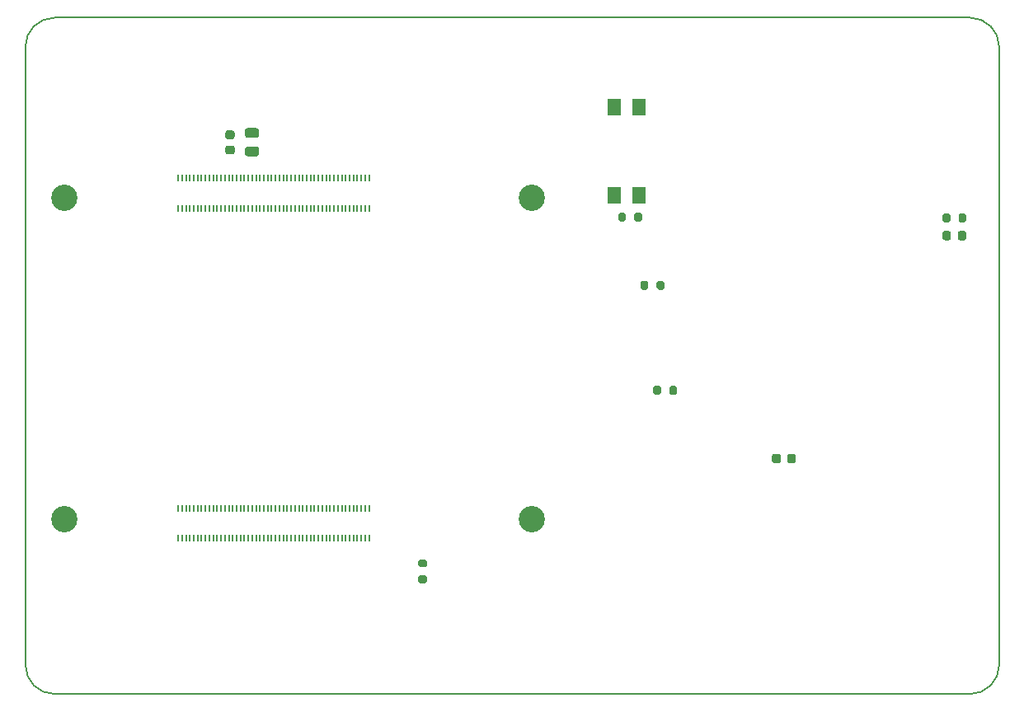
<source format=gbr>
%TF.GenerationSoftware,KiCad,Pcbnew,5.1.10*%
%TF.CreationDate,2021-07-27T11:18:45+02:00*%
%TF.ProjectId,lxbmc,6c78626d-632e-46b6-9963-61645f706362,rev?*%
%TF.SameCoordinates,Original*%
%TF.FileFunction,Paste,Top*%
%TF.FilePolarity,Positive*%
%FSLAX45Y45*%
G04 Gerber Fmt 4.5, Leading zero omitted, Abs format (unit mm)*
G04 Created by KiCad (PCBNEW 5.1.10) date 2021-07-27 11:18:45*
%MOMM*%
%LPD*%
G01*
G04 APERTURE LIST*
%TA.AperFunction,Profile*%
%ADD10C,0.200000*%
%TD*%
%ADD11R,0.200000X0.700000*%
%ADD12R,1.397000X1.701800*%
%ADD13C,2.700000*%
G04 APERTURE END LIST*
D10*
X300000Y-6950000D02*
G75*
G02*
X0Y-6650000I0J300000D01*
G01*
X0Y-300000D02*
G75*
G02*
X300000Y0I300000J0D01*
G01*
X10000000Y-6650000D02*
G75*
G02*
X9700000Y-6950000I-300000J0D01*
G01*
X9700000Y0D02*
G75*
G02*
X10000000Y-300000I0J-300000D01*
G01*
X300000Y0D02*
X9700000Y0D01*
X0Y-6650000D02*
X0Y-300000D01*
X10000000Y-300000D02*
X10000000Y-6650000D01*
X9700000Y-6950000D02*
X300000Y-6950000D01*
D11*
X1569000Y-1958000D03*
X1569000Y-1650000D03*
X1609000Y-1958000D03*
X1609000Y-1650000D03*
X1649000Y-1958000D03*
X1649000Y-1650000D03*
X1689000Y-1958000D03*
X1689000Y-1650000D03*
X1729000Y-1958000D03*
X1729000Y-1650000D03*
X1769000Y-1958000D03*
X1769000Y-1650000D03*
X1809000Y-1958000D03*
X1809000Y-1650000D03*
X1849000Y-1958000D03*
X1849000Y-1650000D03*
X1889000Y-1958000D03*
X1889000Y-1650000D03*
X1929000Y-1958000D03*
X1929000Y-1650000D03*
X1969000Y-1958000D03*
X1969000Y-1650000D03*
X2009000Y-1958000D03*
X2009000Y-1650000D03*
X2049000Y-1958000D03*
X2049000Y-1650000D03*
X2089000Y-1958000D03*
X2089000Y-1650000D03*
X2129000Y-1958000D03*
X2129000Y-1650000D03*
X2169000Y-1958000D03*
X2169000Y-1650000D03*
X2209000Y-1958000D03*
X2209000Y-1650000D03*
X2249000Y-1958000D03*
X2249000Y-1650000D03*
X2289000Y-1958000D03*
X2289000Y-1650000D03*
X2329000Y-1958000D03*
X2329000Y-1650000D03*
X2369000Y-1958000D03*
X2369000Y-1650000D03*
X2409000Y-1958000D03*
X2409000Y-1650000D03*
X2449000Y-1958000D03*
X2449000Y-1650000D03*
X2489000Y-1958000D03*
X2489000Y-1650000D03*
X2529000Y-1958000D03*
X2529000Y-1650000D03*
X2569000Y-1958000D03*
X2569000Y-1650000D03*
X2609000Y-1958000D03*
X2609000Y-1650000D03*
X2649000Y-1958000D03*
X2649000Y-1650000D03*
X2689000Y-1958000D03*
X2689000Y-1650000D03*
X2729000Y-1958000D03*
X2729000Y-1650000D03*
X2769000Y-1958000D03*
X2769000Y-1650000D03*
X2809000Y-1958000D03*
X2809000Y-1650000D03*
X2849000Y-1958000D03*
X2849000Y-1650000D03*
X2889000Y-1958000D03*
X2889000Y-1650000D03*
X2929000Y-1958000D03*
X2929000Y-1650000D03*
X2969000Y-1958000D03*
X2969000Y-1650000D03*
X3009000Y-1958000D03*
X3009000Y-1650000D03*
X3049000Y-1958000D03*
X3049000Y-1650000D03*
X3089000Y-1958000D03*
X3089000Y-1650000D03*
X3129000Y-1958000D03*
X3129000Y-1650000D03*
X3169000Y-1958000D03*
X3169000Y-1650000D03*
X3209000Y-1958000D03*
X3209000Y-1650000D03*
X3249000Y-1958000D03*
X3249000Y-1650000D03*
X3289000Y-1958000D03*
X3289000Y-1650000D03*
X3329000Y-1958000D03*
X3329000Y-1650000D03*
X3369000Y-1958000D03*
X3369000Y-1650000D03*
X3409000Y-1958000D03*
X3409000Y-1650000D03*
X3449000Y-1958000D03*
X3449000Y-1650000D03*
X3489000Y-1958000D03*
X3489000Y-1650000D03*
X3529000Y-1958000D03*
X3529000Y-1650000D03*
X1569000Y-5350000D03*
X1569000Y-5042000D03*
X1609000Y-5350000D03*
X1609000Y-5042000D03*
X1649000Y-5350000D03*
X1649000Y-5042000D03*
X1689000Y-5350000D03*
X1689000Y-5042000D03*
X1729000Y-5350000D03*
X1729000Y-5042000D03*
X1769000Y-5350000D03*
X1769000Y-5042000D03*
X1809000Y-5350000D03*
X1809000Y-5042000D03*
X1849000Y-5350000D03*
X1849000Y-5042000D03*
X1889000Y-5350000D03*
X1889000Y-5042000D03*
X1929000Y-5350000D03*
X1929000Y-5042000D03*
X1969000Y-5350000D03*
X1969000Y-5042000D03*
X2009000Y-5350000D03*
X2009000Y-5042000D03*
X2049000Y-5350000D03*
X2049000Y-5042000D03*
X2089000Y-5350000D03*
X2089000Y-5042000D03*
X2129000Y-5350000D03*
X2129000Y-5042000D03*
X2169000Y-5350000D03*
X2169000Y-5042000D03*
X2209000Y-5350000D03*
X2209000Y-5042000D03*
X2249000Y-5350000D03*
X2249000Y-5042000D03*
X2289000Y-5350000D03*
X2289000Y-5042000D03*
X2329000Y-5350000D03*
X2329000Y-5042000D03*
X2369000Y-5350000D03*
X2369000Y-5042000D03*
X2409000Y-5350000D03*
X2409000Y-5042000D03*
X2449000Y-5350000D03*
X2449000Y-5042000D03*
X2489000Y-5350000D03*
X2489000Y-5042000D03*
X2529000Y-5350000D03*
X2529000Y-5042000D03*
X2569000Y-5350000D03*
X2569000Y-5042000D03*
X2609000Y-5350000D03*
X2609000Y-5042000D03*
X2649000Y-5350000D03*
X2649000Y-5042000D03*
X2689000Y-5350000D03*
X2689000Y-5042000D03*
X2729000Y-5350000D03*
X2729000Y-5042000D03*
X2769000Y-5350000D03*
X2769000Y-5042000D03*
X2809000Y-5350000D03*
X2809000Y-5042000D03*
X2849000Y-5350000D03*
X2849000Y-5042000D03*
X2889000Y-5350000D03*
X2889000Y-5042000D03*
X2929000Y-5350000D03*
X2929000Y-5042000D03*
X2969000Y-5350000D03*
X2969000Y-5042000D03*
X3009000Y-5350000D03*
X3009000Y-5042000D03*
X3049000Y-5350000D03*
X3049000Y-5042000D03*
X3089000Y-5350000D03*
X3089000Y-5042000D03*
X3129000Y-5350000D03*
X3129000Y-5042000D03*
X3169000Y-5350000D03*
X3169000Y-5042000D03*
X3209000Y-5350000D03*
X3209000Y-5042000D03*
X3249000Y-5350000D03*
X3249000Y-5042000D03*
X3289000Y-5350000D03*
X3289000Y-5042000D03*
X3329000Y-5350000D03*
X3329000Y-5042000D03*
X3369000Y-5350000D03*
X3369000Y-5042000D03*
X3409000Y-5350000D03*
X3409000Y-5042000D03*
X3449000Y-5350000D03*
X3449000Y-5042000D03*
X3489000Y-5350000D03*
X3489000Y-5042000D03*
X3529000Y-5350000D03*
X3529000Y-5042000D03*
D12*
X6048000Y-1824850D03*
X6302000Y-1824850D03*
X6302000Y-923150D03*
X6048000Y-923150D03*
D11*
X3529000Y-5042000D03*
X1569000Y-5350000D03*
X1609000Y-5350000D03*
X1649000Y-5350000D03*
X1689000Y-5350000D03*
X1729000Y-5350000D03*
X1769000Y-5350000D03*
X1809000Y-5350000D03*
X1849000Y-5350000D03*
X1889000Y-5350000D03*
X1929000Y-5350000D03*
X1969000Y-5350000D03*
X2009000Y-5350000D03*
X2049000Y-5350000D03*
X2089000Y-5350000D03*
X2129000Y-5350000D03*
X2169000Y-5350000D03*
X2209000Y-5350000D03*
X2249000Y-5350000D03*
X2289000Y-5350000D03*
X2329000Y-5350000D03*
X2369000Y-5350000D03*
X2409000Y-5350000D03*
X2449000Y-5350000D03*
X2489000Y-5350000D03*
X2529000Y-5350000D03*
X2569000Y-5350000D03*
X2609000Y-5350000D03*
X2649000Y-5350000D03*
X2689000Y-5350000D03*
X2729000Y-5350000D03*
X2769000Y-5350000D03*
X2809000Y-5350000D03*
X2849000Y-5350000D03*
X2889000Y-5350000D03*
X2929000Y-5350000D03*
X2969000Y-5350000D03*
X3009000Y-5350000D03*
X3049000Y-5350000D03*
X3089000Y-5350000D03*
X3129000Y-5350000D03*
X3169000Y-5350000D03*
X3209000Y-5350000D03*
X3249000Y-5350000D03*
X3289000Y-5350000D03*
X3329000Y-5350000D03*
X3369000Y-5350000D03*
X3409000Y-5350000D03*
X3449000Y-5350000D03*
X3489000Y-5350000D03*
X3529000Y-5350000D03*
D13*
X400000Y-1850000D03*
X400000Y-5150000D03*
X5200000Y-1850000D03*
X5200000Y-5150000D03*
D11*
X3489000Y-5042000D03*
X3449000Y-5042000D03*
X3409000Y-5042000D03*
X3369000Y-5042000D03*
X3329000Y-5042000D03*
X3289000Y-5042000D03*
X3249000Y-5042000D03*
X3209000Y-5042000D03*
X3169000Y-5042000D03*
X3129000Y-5042000D03*
X3089000Y-5042000D03*
X3049000Y-5042000D03*
X3009000Y-5042000D03*
X2969000Y-5042000D03*
X2929000Y-5042000D03*
X2889000Y-5042000D03*
X2849000Y-5042000D03*
X2809000Y-5042000D03*
X2769000Y-5042000D03*
X2729000Y-5042000D03*
X2689000Y-5042000D03*
X2649000Y-5042000D03*
X2609000Y-5042000D03*
X2569000Y-5042000D03*
X2529000Y-5042000D03*
X2489000Y-5042000D03*
X2449000Y-5042000D03*
X2409000Y-5042000D03*
X2369000Y-5042000D03*
X2329000Y-5042000D03*
X2289000Y-5042000D03*
X2249000Y-5042000D03*
X2209000Y-5042000D03*
X2169000Y-5042000D03*
X2129000Y-5042000D03*
X2089000Y-5042000D03*
X2049000Y-5042000D03*
X2009000Y-5042000D03*
X1969000Y-5042000D03*
X1929000Y-5042000D03*
X1889000Y-5042000D03*
X1849000Y-5042000D03*
X1809000Y-5042000D03*
X1769000Y-5042000D03*
X1729000Y-5042000D03*
X1689000Y-5042000D03*
X1649000Y-5042000D03*
X1609000Y-5042000D03*
X1569000Y-5042000D03*
X3529000Y-1650000D03*
X3529000Y-1958000D03*
X3489000Y-1650000D03*
X3489000Y-1958000D03*
X3449000Y-1650000D03*
X3449000Y-1958000D03*
X3409000Y-1650000D03*
X3409000Y-1958000D03*
X3369000Y-1650000D03*
X3369000Y-1958000D03*
X3329000Y-1650000D03*
X3329000Y-1958000D03*
X3289000Y-1650000D03*
X3289000Y-1958000D03*
X3249000Y-1650000D03*
X3249000Y-1958000D03*
X3209000Y-1650000D03*
X3209000Y-1958000D03*
X3169000Y-1650000D03*
X3169000Y-1958000D03*
X3129000Y-1650000D03*
X3129000Y-1958000D03*
X3089000Y-1650000D03*
X3089000Y-1958000D03*
X3049000Y-1650000D03*
X3049000Y-1958000D03*
X3009000Y-1650000D03*
X3009000Y-1958000D03*
X2969000Y-1650000D03*
X2969000Y-1958000D03*
X2929000Y-1650000D03*
X2929000Y-1958000D03*
X2889000Y-1650000D03*
X2889000Y-1958000D03*
X2849000Y-1650000D03*
X2849000Y-1958000D03*
X2809000Y-1650000D03*
X2809000Y-1958000D03*
X2769000Y-1650000D03*
X2769000Y-1958000D03*
X2729000Y-1650000D03*
X2729000Y-1958000D03*
X2689000Y-1650000D03*
X2689000Y-1958000D03*
X2649000Y-1650000D03*
X2649000Y-1958000D03*
X2609000Y-1650000D03*
X2609000Y-1958000D03*
X2569000Y-1650000D03*
X2569000Y-1958000D03*
X2529000Y-1650000D03*
X2529000Y-1958000D03*
X2489000Y-1650000D03*
X2489000Y-1958000D03*
X2449000Y-1650000D03*
X2449000Y-1958000D03*
X2409000Y-1650000D03*
X2409000Y-1958000D03*
X2369000Y-1650000D03*
X2369000Y-1958000D03*
X2329000Y-1650000D03*
X2329000Y-1958000D03*
X2289000Y-1650000D03*
X2289000Y-1958000D03*
X2249000Y-1650000D03*
X2249000Y-1958000D03*
X2209000Y-1650000D03*
X2209000Y-1958000D03*
X2169000Y-1650000D03*
X2169000Y-1958000D03*
X2129000Y-1650000D03*
X2129000Y-1958000D03*
X2089000Y-1650000D03*
X2089000Y-1958000D03*
X2049000Y-1650000D03*
X2049000Y-1958000D03*
X2009000Y-1650000D03*
X2009000Y-1958000D03*
X1969000Y-1650000D03*
X1969000Y-1958000D03*
X1929000Y-1650000D03*
X1929000Y-1958000D03*
X1889000Y-1650000D03*
X1889000Y-1958000D03*
X1849000Y-1650000D03*
X1849000Y-1958000D03*
X1809000Y-1650000D03*
X1809000Y-1958000D03*
X1769000Y-1650000D03*
X1769000Y-1958000D03*
X1729000Y-1650000D03*
X1729000Y-1958000D03*
X1689000Y-1650000D03*
X1689000Y-1958000D03*
X1649000Y-1650000D03*
X1649000Y-1958000D03*
X1609000Y-1650000D03*
X1609000Y-1958000D03*
X1569000Y-1650000D03*
X1569000Y-1958000D03*
G36*
G01*
X4107500Y-5812500D02*
X4052500Y-5812500D01*
G75*
G02*
X4032500Y-5792500I0J20000D01*
G01*
X4032500Y-5752500D01*
G75*
G02*
X4052500Y-5732500I20000J0D01*
G01*
X4107500Y-5732500D01*
G75*
G02*
X4127500Y-5752500I0J-20000D01*
G01*
X4127500Y-5792500D01*
G75*
G02*
X4107500Y-5812500I-20000J0D01*
G01*
G37*
G36*
G01*
X4107500Y-5647500D02*
X4052500Y-5647500D01*
G75*
G02*
X4032500Y-5627500I0J20000D01*
G01*
X4032500Y-5587500D01*
G75*
G02*
X4052500Y-5567500I20000J0D01*
G01*
X4107500Y-5567500D01*
G75*
G02*
X4127500Y-5587500I0J-20000D01*
G01*
X4127500Y-5627500D01*
G75*
G02*
X4107500Y-5647500I-20000J0D01*
G01*
G37*
G36*
G01*
X9662500Y-2032500D02*
X9662500Y-2087500D01*
G75*
G02*
X9642500Y-2107500I-20000J0D01*
G01*
X9602500Y-2107500D01*
G75*
G02*
X9582500Y-2087500I0J20000D01*
G01*
X9582500Y-2032500D01*
G75*
G02*
X9602500Y-2012500I20000J0D01*
G01*
X9642500Y-2012500D01*
G75*
G02*
X9662500Y-2032500I0J-20000D01*
G01*
G37*
G36*
G01*
X9497500Y-2032500D02*
X9497500Y-2087500D01*
G75*
G02*
X9477500Y-2107500I-20000J0D01*
G01*
X9437500Y-2107500D01*
G75*
G02*
X9417500Y-2087500I0J20000D01*
G01*
X9417500Y-2032500D01*
G75*
G02*
X9437500Y-2012500I20000J0D01*
G01*
X9477500Y-2012500D01*
G75*
G02*
X9497500Y-2032500I0J-20000D01*
G01*
G37*
G36*
G01*
X6252500Y-2077500D02*
X6252500Y-2022500D01*
G75*
G02*
X6272500Y-2002500I20000J0D01*
G01*
X6312500Y-2002500D01*
G75*
G02*
X6332500Y-2022500I0J-20000D01*
G01*
X6332500Y-2077500D01*
G75*
G02*
X6312500Y-2097500I-20000J0D01*
G01*
X6272500Y-2097500D01*
G75*
G02*
X6252500Y-2077500I0J20000D01*
G01*
G37*
G36*
G01*
X6087500Y-2077500D02*
X6087500Y-2022500D01*
G75*
G02*
X6107500Y-2002500I20000J0D01*
G01*
X6147500Y-2002500D01*
G75*
G02*
X6167500Y-2022500I0J-20000D01*
G01*
X6167500Y-2077500D01*
G75*
G02*
X6147500Y-2097500I-20000J0D01*
G01*
X6107500Y-2097500D01*
G75*
G02*
X6087500Y-2077500I0J20000D01*
G01*
G37*
G36*
G01*
X6447500Y-3857500D02*
X6447500Y-3802500D01*
G75*
G02*
X6467500Y-3782500I20000J0D01*
G01*
X6507500Y-3782500D01*
G75*
G02*
X6527500Y-3802500I0J-20000D01*
G01*
X6527500Y-3857500D01*
G75*
G02*
X6507500Y-3877500I-20000J0D01*
G01*
X6467500Y-3877500D01*
G75*
G02*
X6447500Y-3857500I0J20000D01*
G01*
G37*
G36*
G01*
X6612500Y-3857500D02*
X6612500Y-3802500D01*
G75*
G02*
X6632500Y-3782500I20000J0D01*
G01*
X6672500Y-3782500D01*
G75*
G02*
X6692500Y-3802500I0J-20000D01*
G01*
X6692500Y-3857500D01*
G75*
G02*
X6672500Y-3877500I-20000J0D01*
G01*
X6632500Y-3877500D01*
G75*
G02*
X6612500Y-3857500I0J20000D01*
G01*
G37*
G36*
G01*
X6317500Y-2777500D02*
X6317500Y-2722500D01*
G75*
G02*
X6337500Y-2702500I20000J0D01*
G01*
X6377500Y-2702500D01*
G75*
G02*
X6397500Y-2722500I0J-20000D01*
G01*
X6397500Y-2777500D01*
G75*
G02*
X6377500Y-2797500I-20000J0D01*
G01*
X6337500Y-2797500D01*
G75*
G02*
X6317500Y-2777500I0J20000D01*
G01*
G37*
G36*
G01*
X6482500Y-2777500D02*
X6482500Y-2722500D01*
G75*
G02*
X6502500Y-2702500I20000J0D01*
G01*
X6542500Y-2702500D01*
G75*
G02*
X6562500Y-2722500I0J-20000D01*
G01*
X6562500Y-2777500D01*
G75*
G02*
X6542500Y-2797500I-20000J0D01*
G01*
X6502500Y-2797500D01*
G75*
G02*
X6482500Y-2777500I0J20000D01*
G01*
G37*
G36*
G01*
X9662500Y-2214375D02*
X9662500Y-2265625D01*
G75*
G02*
X9640625Y-2287500I-21875J0D01*
G01*
X9596875Y-2287500D01*
G75*
G02*
X9575000Y-2265625I0J21875D01*
G01*
X9575000Y-2214375D01*
G75*
G02*
X9596875Y-2192500I21875J0D01*
G01*
X9640625Y-2192500D01*
G75*
G02*
X9662500Y-2214375I0J-21875D01*
G01*
G37*
G36*
G01*
X9505000Y-2214375D02*
X9505000Y-2265625D01*
G75*
G02*
X9483125Y-2287500I-21875J0D01*
G01*
X9439375Y-2287500D01*
G75*
G02*
X9417500Y-2265625I0J21875D01*
G01*
X9417500Y-2214375D01*
G75*
G02*
X9439375Y-2192500I21875J0D01*
G01*
X9483125Y-2192500D01*
G75*
G02*
X9505000Y-2214375I0J-21875D01*
G01*
G37*
G36*
G01*
X7912500Y-4505000D02*
X7912500Y-4555000D01*
G75*
G02*
X7890000Y-4577500I-22500J0D01*
G01*
X7845000Y-4577500D01*
G75*
G02*
X7822500Y-4555000I0J22500D01*
G01*
X7822500Y-4505000D01*
G75*
G02*
X7845000Y-4482500I22500J0D01*
G01*
X7890000Y-4482500D01*
G75*
G02*
X7912500Y-4505000I0J-22500D01*
G01*
G37*
G36*
G01*
X7757500Y-4505000D02*
X7757500Y-4555000D01*
G75*
G02*
X7735000Y-4577500I-22500J0D01*
G01*
X7690000Y-4577500D01*
G75*
G02*
X7667500Y-4555000I0J22500D01*
G01*
X7667500Y-4505000D01*
G75*
G02*
X7690000Y-4482500I22500J0D01*
G01*
X7735000Y-4482500D01*
G75*
G02*
X7757500Y-4505000I0J-22500D01*
G01*
G37*
G36*
G01*
X2375000Y-1425000D02*
X2280000Y-1425000D01*
G75*
G02*
X2255000Y-1400000I0J25000D01*
G01*
X2255000Y-1350000D01*
G75*
G02*
X2280000Y-1325000I25000J0D01*
G01*
X2375000Y-1325000D01*
G75*
G02*
X2400000Y-1350000I0J-25000D01*
G01*
X2400000Y-1400000D01*
G75*
G02*
X2375000Y-1425000I-25000J0D01*
G01*
G37*
G36*
G01*
X2375000Y-1235000D02*
X2280000Y-1235000D01*
G75*
G02*
X2255000Y-1210000I0J25000D01*
G01*
X2255000Y-1160000D01*
G75*
G02*
X2280000Y-1135000I25000J0D01*
G01*
X2375000Y-1135000D01*
G75*
G02*
X2400000Y-1160000I0J-25000D01*
G01*
X2400000Y-1210000D01*
G75*
G02*
X2375000Y-1235000I-25000J0D01*
G01*
G37*
G36*
G01*
X2126400Y-1404100D02*
X2076400Y-1404100D01*
G75*
G02*
X2053900Y-1381600I0J22500D01*
G01*
X2053900Y-1336600D01*
G75*
G02*
X2076400Y-1314100I22500J0D01*
G01*
X2126400Y-1314100D01*
G75*
G02*
X2148900Y-1336600I0J-22500D01*
G01*
X2148900Y-1381600D01*
G75*
G02*
X2126400Y-1404100I-22500J0D01*
G01*
G37*
G36*
G01*
X2126400Y-1249100D02*
X2076400Y-1249100D01*
G75*
G02*
X2053900Y-1226600I0J22500D01*
G01*
X2053900Y-1181600D01*
G75*
G02*
X2076400Y-1159100I22500J0D01*
G01*
X2126400Y-1159100D01*
G75*
G02*
X2148900Y-1181600I0J-22500D01*
G01*
X2148900Y-1226600D01*
G75*
G02*
X2126400Y-1249100I-22500J0D01*
G01*
G37*
M02*

</source>
